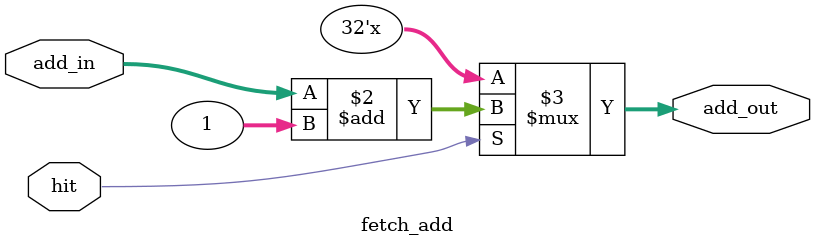
<source format=v>
`timescale 1ns / 1ps
module fetch_add(add_in, add_out, hit);

	input hit;
	input [31:0] add_in;
	
	output reg [31:0] add_out;
	
	always @(*)
	begin
	
		if (hit)
		begin
			add_out <= add_in + 1;
		end
		
	end

endmodule

</source>
